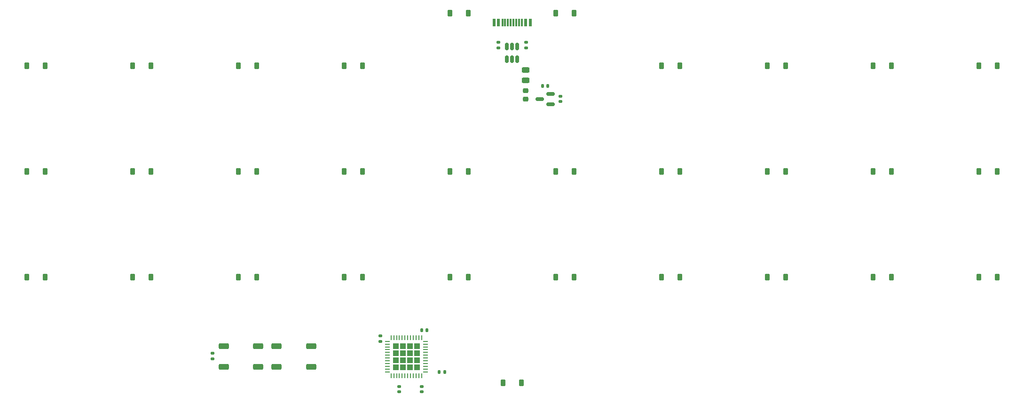
<source format=gbr>
%TF.GenerationSoftware,KiCad,Pcbnew,7.0.7-7.0.7~ubuntu23.04.1*%
%TF.CreationDate,2023-08-22T21:30:14-04:00*%
%TF.ProjectId,KeyboardSpeedrun,4b657962-6f61-4726-9453-706565647275,rev?*%
%TF.SameCoordinates,Original*%
%TF.FileFunction,Paste,Bot*%
%TF.FilePolarity,Positive*%
%FSLAX46Y46*%
G04 Gerber Fmt 4.6, Leading zero omitted, Abs format (unit mm)*
G04 Created by KiCad (PCBNEW 7.0.7-7.0.7~ubuntu23.04.1) date 2023-08-22 21:30:14*
%MOMM*%
%LPD*%
G01*
G04 APERTURE LIST*
G04 Aperture macros list*
%AMRoundRect*
0 Rectangle with rounded corners*
0 $1 Rounding radius*
0 $2 $3 $4 $5 $6 $7 $8 $9 X,Y pos of 4 corners*
0 Add a 4 corners polygon primitive as box body*
4,1,4,$2,$3,$4,$5,$6,$7,$8,$9,$2,$3,0*
0 Add four circle primitives for the rounded corners*
1,1,$1+$1,$2,$3*
1,1,$1+$1,$4,$5*
1,1,$1+$1,$6,$7*
1,1,$1+$1,$8,$9*
0 Add four rect primitives between the rounded corners*
20,1,$1+$1,$2,$3,$4,$5,0*
20,1,$1+$1,$4,$5,$6,$7,0*
20,1,$1+$1,$6,$7,$8,$9,0*
20,1,$1+$1,$8,$9,$2,$3,0*%
G04 Aperture macros list end*
%ADD10RoundRect,0.250000X0.292217X-0.292217X0.292217X0.292217X-0.292217X0.292217X-0.292217X-0.292217X0*%
%ADD11RoundRect,0.062500X0.062500X-0.375000X0.062500X0.375000X-0.062500X0.375000X-0.062500X-0.375000X0*%
%ADD12RoundRect,0.062500X0.375000X-0.062500X0.375000X0.062500X-0.375000X0.062500X-0.375000X-0.062500X0*%
%ADD13RoundRect,0.225000X-0.225000X-0.375000X0.225000X-0.375000X0.225000X0.375000X-0.225000X0.375000X0*%
%ADD14RoundRect,0.275000X0.625000X0.275000X-0.625000X0.275000X-0.625000X-0.275000X0.625000X-0.275000X0*%
%ADD15RoundRect,0.225000X0.225000X0.375000X-0.225000X0.375000X-0.225000X-0.375000X0.225000X-0.375000X0*%
%ADD16RoundRect,0.135000X-0.185000X0.135000X-0.185000X-0.135000X0.185000X-0.135000X0.185000X0.135000X0*%
%ADD17RoundRect,0.218750X-0.256250X0.218750X-0.256250X-0.218750X0.256250X-0.218750X0.256250X0.218750X0*%
%ADD18RoundRect,0.140000X-0.140000X-0.170000X0.140000X-0.170000X0.140000X0.170000X-0.140000X0.170000X0*%
%ADD19RoundRect,0.150000X0.150000X-0.512500X0.150000X0.512500X-0.150000X0.512500X-0.150000X-0.512500X0*%
%ADD20RoundRect,0.140000X-0.170000X0.140000X-0.170000X-0.140000X0.170000X-0.140000X0.170000X0.140000X0*%
%ADD21RoundRect,0.140000X0.170000X-0.140000X0.170000X0.140000X-0.170000X0.140000X-0.170000X-0.140000X0*%
%ADD22RoundRect,0.150000X0.587500X0.150000X-0.587500X0.150000X-0.587500X-0.150000X0.587500X-0.150000X0*%
%ADD23RoundRect,0.243750X-0.456250X0.243750X-0.456250X-0.243750X0.456250X-0.243750X0.456250X0.243750X0*%
%ADD24R,0.600000X1.450000*%
%ADD25R,0.300000X1.450000*%
G04 APERTURE END LIST*
D10*
%TO.C,U1*%
X148106250Y-118593750D03*
X149381250Y-118593750D03*
X150656250Y-118593750D03*
X151931250Y-118593750D03*
X148106250Y-117318750D03*
X149381250Y-117318750D03*
X150656250Y-117318750D03*
X151931250Y-117318750D03*
X148106250Y-116043750D03*
X149381250Y-116043750D03*
X150656250Y-116043750D03*
X151931250Y-116043750D03*
X148106250Y-114768750D03*
X149381250Y-114768750D03*
X150656250Y-114768750D03*
X151931250Y-114768750D03*
D11*
X152768750Y-120118750D03*
X152268750Y-120118750D03*
X151768750Y-120118750D03*
X151268750Y-120118750D03*
X150768750Y-120118750D03*
X150268750Y-120118750D03*
X149768750Y-120118750D03*
X149268750Y-120118750D03*
X148768750Y-120118750D03*
X148268750Y-120118750D03*
X147768750Y-120118750D03*
X147268750Y-120118750D03*
D12*
X146581250Y-119431250D03*
X146581250Y-118931250D03*
X146581250Y-118431250D03*
X146581250Y-117931250D03*
X146581250Y-117431250D03*
X146581250Y-116931250D03*
X146581250Y-116431250D03*
X146581250Y-115931250D03*
X146581250Y-115431250D03*
X146581250Y-114931250D03*
X146581250Y-114431250D03*
X146581250Y-113931250D03*
D11*
X147268750Y-113243750D03*
X147768750Y-113243750D03*
X148268750Y-113243750D03*
X148768750Y-113243750D03*
X149268750Y-113243750D03*
X149768750Y-113243750D03*
X150268750Y-113243750D03*
X150768750Y-113243750D03*
X151268750Y-113243750D03*
X151768750Y-113243750D03*
X152268750Y-113243750D03*
X152768750Y-113243750D03*
D12*
X153456250Y-113931250D03*
X153456250Y-114431250D03*
X153456250Y-114931250D03*
X153456250Y-115431250D03*
X153456250Y-115931250D03*
X153456250Y-116431250D03*
X153456250Y-116931250D03*
X153456250Y-117431250D03*
X153456250Y-117931250D03*
X153456250Y-118431250D03*
X153456250Y-118931250D03*
X153456250Y-119431250D03*
%TD*%
D13*
%TO.C,D11*%
X81693750Y-83343750D03*
X84993750Y-83343750D03*
%TD*%
D14*
%TO.C,SW2*%
X132878125Y-114831250D03*
X126678125Y-114831250D03*
X132878125Y-118531250D03*
X126678125Y-118531250D03*
%TD*%
D13*
%TO.C,D20*%
X253143750Y-83343750D03*
X256443750Y-83343750D03*
%TD*%
%TO.C,D15*%
X157893750Y-83343750D03*
X161193750Y-83343750D03*
%TD*%
%TO.C,D24*%
X138843750Y-102393750D03*
X142143750Y-102393750D03*
%TD*%
D15*
%TO.C,D6*%
X180263750Y-54768750D03*
X176963750Y-54768750D03*
%TD*%
D13*
%TO.C,D1*%
X81693750Y-64293750D03*
X84993750Y-64293750D03*
%TD*%
%TO.C,D31*%
X167418750Y-121443750D03*
X170718750Y-121443750D03*
%TD*%
D16*
%TO.C,R1*%
X166568750Y-59990000D03*
X166568750Y-61010000D03*
%TD*%
D13*
%TO.C,D29*%
X234093750Y-102393750D03*
X237393750Y-102393750D03*
%TD*%
%TO.C,D16*%
X176943750Y-83343750D03*
X180243750Y-83343750D03*
%TD*%
D14*
%TO.C,SW1*%
X123353125Y-114831250D03*
X117153125Y-114831250D03*
X123353125Y-118531250D03*
X117153125Y-118531250D03*
%TD*%
D17*
%TO.C,FB1*%
X171500000Y-68712500D03*
X171500000Y-70287500D03*
%TD*%
D13*
%TO.C,D12*%
X100743750Y-83343750D03*
X104043750Y-83343750D03*
%TD*%
%TO.C,D22*%
X100743750Y-102393750D03*
X104043750Y-102393750D03*
%TD*%
%TO.C,D19*%
X234093750Y-83343750D03*
X237393750Y-83343750D03*
%TD*%
%TO.C,D30*%
X253143750Y-102393750D03*
X256443750Y-102393750D03*
%TD*%
%TO.C,D23*%
X119793750Y-102393750D03*
X123093750Y-102393750D03*
%TD*%
D15*
%TO.C,D5*%
X161193750Y-54748750D03*
X157893750Y-54748750D03*
%TD*%
D13*
%TO.C,D13*%
X119793750Y-83343750D03*
X123093750Y-83343750D03*
%TD*%
%TO.C,D27*%
X195993750Y-102393750D03*
X199293750Y-102393750D03*
%TD*%
%TO.C,D18*%
X215043750Y-83343750D03*
X218343750Y-83343750D03*
%TD*%
D18*
%TO.C,C3*%
X152768750Y-111906250D03*
X153728750Y-111906250D03*
%TD*%
D19*
%TO.C,U2*%
X170018750Y-63050000D03*
X169068750Y-63050000D03*
X168118750Y-63050000D03*
X168118750Y-60775000D03*
X169068750Y-60775000D03*
X170018750Y-60775000D03*
%TD*%
D13*
%TO.C,D4*%
X138843750Y-64293750D03*
X142143750Y-64293750D03*
%TD*%
%TO.C,D25*%
X157893750Y-102393750D03*
X161193750Y-102393750D03*
%TD*%
%TO.C,D10*%
X253143750Y-64293750D03*
X256443750Y-64293750D03*
%TD*%
D20*
%TO.C,C6*%
X148768750Y-122076250D03*
X148768750Y-123036250D03*
%TD*%
D21*
%TO.C,C5*%
X145378750Y-113926250D03*
X145378750Y-112966250D03*
%TD*%
D13*
%TO.C,D14*%
X138843750Y-83343750D03*
X142143750Y-83343750D03*
%TD*%
D22*
%TO.C,U3*%
X175959375Y-69296875D03*
X175959375Y-71196875D03*
X174084375Y-70246875D03*
%TD*%
D20*
%TO.C,C7*%
X152768750Y-122076250D03*
X152768750Y-123036250D03*
%TD*%
D18*
%TO.C,C2*%
X174538750Y-67906250D03*
X175498750Y-67906250D03*
%TD*%
%TO.C,C4*%
X155948750Y-119436250D03*
X156908750Y-119436250D03*
%TD*%
D13*
%TO.C,D26*%
X176943750Y-102393750D03*
X180243750Y-102393750D03*
%TD*%
D23*
%TO.C,F1*%
X171500000Y-65000000D03*
X171500000Y-66875000D03*
%TD*%
D13*
%TO.C,D8*%
X215043750Y-64293750D03*
X218343750Y-64293750D03*
%TD*%
D16*
%TO.C,R3*%
X115115625Y-116096250D03*
X115115625Y-117116250D03*
%TD*%
D13*
%TO.C,D17*%
X195993750Y-83343750D03*
X199293750Y-83343750D03*
%TD*%
D24*
%TO.C,J1*%
X165818750Y-56432500D03*
X166618750Y-56432500D03*
D25*
X167818750Y-56432500D03*
X168818750Y-56432500D03*
X169318750Y-56432500D03*
X170318750Y-56432500D03*
D24*
X171518750Y-56432500D03*
X172318750Y-56432500D03*
X172318750Y-56432500D03*
X171518750Y-56432500D03*
D25*
X170818750Y-56432500D03*
X169818750Y-56432500D03*
X168318750Y-56432500D03*
X167318750Y-56432500D03*
D24*
X166618750Y-56432500D03*
X165818750Y-56432500D03*
%TD*%
D13*
%TO.C,D9*%
X234093750Y-64293750D03*
X237393750Y-64293750D03*
%TD*%
%TO.C,D7*%
X195993750Y-64293750D03*
X199293750Y-64293750D03*
%TD*%
D21*
%TO.C,C1*%
X177788750Y-70726250D03*
X177788750Y-69766250D03*
%TD*%
D13*
%TO.C,D3*%
X119793750Y-64293750D03*
X123093750Y-64293750D03*
%TD*%
%TO.C,D28*%
X215043750Y-102393750D03*
X218343750Y-102393750D03*
%TD*%
%TO.C,D21*%
X81693750Y-102393750D03*
X84993750Y-102393750D03*
%TD*%
%TO.C,D2*%
X100743750Y-64293750D03*
X104043750Y-64293750D03*
%TD*%
D16*
%TO.C,R2*%
X171568750Y-59990000D03*
X171568750Y-61010000D03*
%TD*%
M02*

</source>
